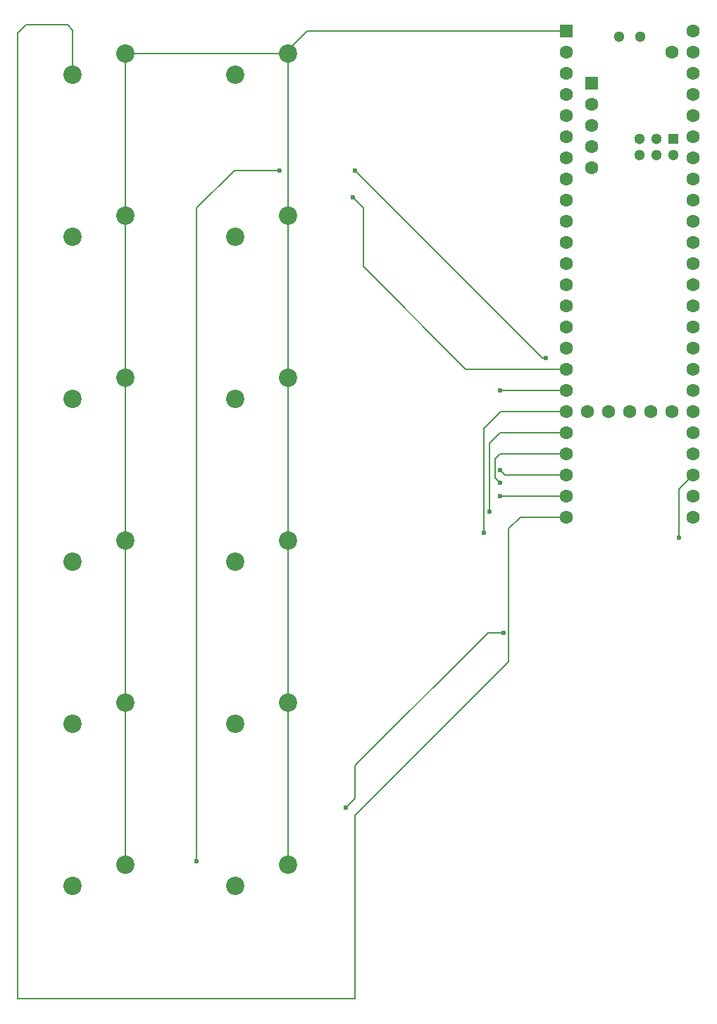
<source format=gbr>
%TF.GenerationSoftware,KiCad,Pcbnew,8.0.5*%
%TF.CreationDate,2024-11-15T19:55:36-05:00*%
%TF.ProjectId,m3++,6d332b2b-2e6b-4696-9361-645f70636258,rev?*%
%TF.SameCoordinates,Original*%
%TF.FileFunction,Copper,L1,Top*%
%TF.FilePolarity,Positive*%
%FSLAX46Y46*%
G04 Gerber Fmt 4.6, Leading zero omitted, Abs format (unit mm)*
G04 Created by KiCad (PCBNEW 8.0.5) date 2024-11-15 19:55:36*
%MOMM*%
%LPD*%
G01*
G04 APERTURE LIST*
%TA.AperFunction,ComponentPad*%
%ADD10C,2.200000*%
%TD*%
%TA.AperFunction,ComponentPad*%
%ADD11R,1.600000X1.600000*%
%TD*%
%TA.AperFunction,ComponentPad*%
%ADD12C,1.600000*%
%TD*%
%TA.AperFunction,ComponentPad*%
%ADD13R,1.300000X1.300000*%
%TD*%
%TA.AperFunction,ComponentPad*%
%ADD14C,1.300000*%
%TD*%
%TA.AperFunction,ViaPad*%
%ADD15C,0.600000*%
%TD*%
%TA.AperFunction,Conductor*%
%ADD16C,0.200000*%
%TD*%
G04 APERTURE END LIST*
D10*
%TO.P,SW12,1,1*%
%TO.N,GND*%
X129460000Y-116920000D03*
%TO.P,SW12,2,2*%
%TO.N,BUTTON_RIGHT*%
X123110000Y-119460000D03*
%TD*%
%TO.P,SW10,1,1*%
%TO.N,GND*%
X129460000Y-77920000D03*
%TO.P,SW10,2,2*%
%TO.N,BUTTON_DOWN*%
X123110000Y-80460000D03*
%TD*%
%TO.P,SW9,1,1*%
%TO.N,GND*%
X129460000Y-58420000D03*
%TO.P,SW9,2,2*%
%TO.N,BUTTON_UP*%
X123110000Y-60960000D03*
%TD*%
%TO.P,SW2,1,1*%
%TO.N,GND*%
X109960000Y-38920000D03*
%TO.P,SW2,2,2*%
%TO.N,BUTTON_2*%
X103610000Y-41460000D03*
%TD*%
%TO.P,SW6,1,1*%
%TO.N,GND*%
X109960000Y-116920000D03*
%TO.P,SW6,2,2*%
%TO.N,BUTTON_6*%
X103610000Y-119460000D03*
%TD*%
D11*
%TO.P,U1,1,GND*%
%TO.N,GND*%
X162949200Y-16700800D03*
D12*
%TO.P,U1,2,0_RX1_CRX2_CS1*%
%TO.N,unconnected-(U1-0_RX1_CRX2_CS1-Pad2)*%
X162949200Y-19240800D03*
%TO.P,U1,3,1_TX1_CTX2_MISO1*%
%TO.N,unconnected-(U1-1_TX1_CTX2_MISO1-Pad3)*%
X162949200Y-21780800D03*
%TO.P,U1,4,2_OUT2*%
%TO.N,unconnected-(U1-2_OUT2-Pad4)*%
X162949200Y-24320800D03*
%TO.P,U1,5,3_LRCLK2*%
%TO.N,unconnected-(U1-3_LRCLK2-Pad5)*%
X162949200Y-26860800D03*
%TO.P,U1,6,4_BCLK2*%
%TO.N,unconnected-(U1-4_BCLK2-Pad6)*%
X162949200Y-29400800D03*
%TO.P,U1,7,5_IN2*%
%TO.N,unconnected-(U1-5_IN2-Pad7)*%
X162949200Y-31940800D03*
%TO.P,U1,8,6_OUT1D*%
%TO.N,MEMCS*%
X162949200Y-34480800D03*
%TO.P,U1,9,7_RX2_OUT1A*%
%TO.N,DIN*%
X162949200Y-37020800D03*
%TO.P,U1,10,8_TX2_IN1*%
%TO.N,DOUT*%
X162949200Y-39560800D03*
%TO.P,U1,11,9_OUT1C*%
%TO.N,unconnected-(U1-9_OUT1C-Pad11)*%
X162949200Y-42100800D03*
%TO.P,U1,12,10_CS_MQSR*%
%TO.N,SDCS*%
X162949200Y-44640800D03*
%TO.P,U1,13,11_MOSI_CTX1*%
%TO.N,MOSI*%
X162949200Y-47180800D03*
%TO.P,U1,14,12_MISO_MQSL*%
%TO.N,MISO*%
X162949200Y-49720800D03*
%TO.P,U1,15,3V3*%
%TO.N,unconnected-(U1-3V3-Pad15)*%
X162949200Y-52260800D03*
%TO.P,U1,16,24_A10_TX6_SCL2*%
%TO.N,unconnected-(U1-24_A10_TX6_SCL2-Pad16)*%
X162949200Y-54800800D03*
%TO.P,U1,17,25_A11_RX6_SDA2*%
%TO.N,BUTTON_8*%
X162949200Y-57340800D03*
%TO.P,U1,18,26_A12_MOSI1*%
%TO.N,BUTTON_7*%
X162949200Y-59880800D03*
%TO.P,U1,19,27_A13_SCK1*%
%TO.N,BUTTON_6*%
X162949200Y-62420800D03*
%TO.P,U1,20,28_RX7*%
%TO.N,BUTTON_5*%
X162949200Y-64960800D03*
%TO.P,U1,21,29_TX7*%
%TO.N,BUTTON_4*%
X162949200Y-67500800D03*
%TO.P,U1,22,30_CRX3*%
%TO.N,BUTTON_3*%
X162949200Y-70040800D03*
%TO.P,U1,23,31_CTX3*%
%TO.N,BUTTON_2*%
X162949200Y-72580800D03*
%TO.P,U1,24,32_OUT1B*%
%TO.N,BUTTON_1*%
X162949200Y-75120800D03*
%TO.P,U1,25,33_MCLK2*%
%TO.N,BUTTON_UP*%
X178189200Y-75120800D03*
%TO.P,U1,26,34_RX8*%
%TO.N,BUTTON_DOWN*%
X178189200Y-72580800D03*
%TO.P,U1,27,35_TX8*%
%TO.N,BUTTON_LEFT*%
X178189200Y-70040800D03*
%TO.P,U1,28,36_CS*%
%TO.N,BUTTON_RIGHT*%
X178189200Y-67500800D03*
%TO.P,U1,29,37_CS*%
%TO.N,unconnected-(U1-37_CS-Pad29)*%
X178189200Y-64960800D03*
%TO.P,U1,30,38_CS1_IN1*%
%TO.N,unconnected-(U1-38_CS1_IN1-Pad30)*%
X178189200Y-62420800D03*
%TO.P,U1,31,39_MISO1_OUT1A*%
%TO.N,unconnected-(U1-39_MISO1_OUT1A-Pad31)*%
X178189200Y-59880800D03*
%TO.P,U1,32,40_A16*%
%TO.N,unconnected-(U1-40_A16-Pad32)*%
X178189200Y-57340800D03*
%TO.P,U1,33,41_A17*%
%TO.N,unconnected-(U1-41_A17-Pad33)*%
X178189200Y-54800800D03*
%TO.P,U1,34,GND*%
%TO.N,unconnected-(U1-GND-Pad34)*%
X178189200Y-52260800D03*
%TO.P,U1,35,13_SCK_LED*%
%TO.N,SCK*%
X178189200Y-49720800D03*
%TO.P,U1,36,14_A0_TX3_SPDIF_OUT*%
%TO.N,unconnected-(U1-14_A0_TX3_SPDIF_OUT-Pad36)*%
X178189200Y-47180800D03*
%TO.P,U1,37,15_A1_RX3_SPDIF_IN*%
%TO.N,VOL_A1*%
X178189200Y-44640800D03*
%TO.P,U1,38,16_A2_RX4_SCL1*%
%TO.N,unconnected-(U1-16_A2_RX4_SCL1-Pad38)*%
X178189200Y-42100800D03*
%TO.P,U1,39,17_A3_TX4_SDA1*%
%TO.N,unconnected-(U1-17_A3_TX4_SDA1-Pad39)*%
X178189200Y-39560800D03*
%TO.P,U1,40,18_A4_SDA*%
%TO.N,SDA*%
X178189200Y-37020800D03*
%TO.P,U1,41,19_A5_SCL*%
%TO.N,SCL*%
X178189200Y-34480800D03*
%TO.P,U1,42,20_A6_TX5_LRCLK1*%
%TO.N,LRCLK*%
X178189200Y-31940800D03*
%TO.P,U1,43,21_A7_RX5_BCLK1*%
%TO.N,BCLK*%
X178189200Y-29400800D03*
%TO.P,U1,44,22_A8_CTX1*%
%TO.N,unconnected-(U1-22_A8_CTX1-Pad44)*%
X178189200Y-26860800D03*
%TO.P,U1,45,23_A9_CRX1_MCLK1*%
%TO.N,MCLK*%
X178189200Y-24320800D03*
%TO.P,U1,46,3V3*%
%TO.N,+3.3V*%
X178189200Y-21780800D03*
%TO.P,U1,47,GND*%
%TO.N,GND*%
X178189200Y-19240800D03*
%TO.P,U1,48,VIN*%
%TO.N,unconnected-(U1-VIN-Pad48)*%
X178189200Y-16700800D03*
%TO.P,U1,49*%
%TO.N,N/C*%
X175649200Y-19240800D03*
%TO.P,U1,50*%
X165489200Y-62420800D03*
%TO.P,U1,51*%
X168029200Y-62420800D03*
%TO.P,U1,52*%
X170569200Y-62420800D03*
%TO.P,U1,53*%
X173109200Y-62420800D03*
%TO.P,U1,54*%
X175649200Y-62420800D03*
D11*
%TO.P,U1,55*%
X166000000Y-23000000D03*
D12*
%TO.P,U1,56*%
X166000000Y-25540000D03*
%TO.P,U1,57*%
X166000000Y-28080000D03*
%TO.P,U1,58*%
X166000000Y-30620000D03*
%TO.P,U1,59*%
X166000000Y-33160000D03*
D13*
%TO.P,U1,60*%
X175750800Y-29670800D03*
D14*
%TO.P,U1,61*%
X173750800Y-29670800D03*
%TO.P,U1,62*%
X171750800Y-29670800D03*
%TO.P,U1,63*%
X171750800Y-31670800D03*
%TO.P,U1,64*%
X173750800Y-31670800D03*
%TO.P,U1,65*%
X175750800Y-31670800D03*
%TO.P,U1,66*%
X171839200Y-17430800D03*
%TO.P,U1,67*%
X169299200Y-17430800D03*
%TD*%
D10*
%TO.P,SW5,1,1*%
%TO.N,GND*%
X109960000Y-97420000D03*
%TO.P,SW5,2,2*%
%TO.N,BUTTON_5*%
X103610000Y-99960000D03*
%TD*%
%TO.P,SW1,1,1*%
%TO.N,GND*%
X109960000Y-19420000D03*
%TO.P,SW1,2,2*%
%TO.N,BUTTON_1*%
X103610000Y-21960000D03*
%TD*%
%TO.P,SW4,1,1*%
%TO.N,GND*%
X109960000Y-77920000D03*
%TO.P,SW4,2,2*%
%TO.N,BUTTON_4*%
X103610000Y-80460000D03*
%TD*%
%TO.P,SW8,1,1*%
%TO.N,GND*%
X129460000Y-38920000D03*
%TO.P,SW8,2,2*%
%TO.N,BUTTON_8*%
X123110000Y-41460000D03*
%TD*%
%TO.P,SW7,1,1*%
%TO.N,GND*%
X129460000Y-19420000D03*
%TO.P,SW7,2,2*%
%TO.N,BUTTON_7*%
X123110000Y-21960000D03*
%TD*%
%TO.P,SW3,1,1*%
%TO.N,GND*%
X109960000Y-58420000D03*
%TO.P,SW3,2,2*%
%TO.N,BUTTON_3*%
X103610000Y-60960000D03*
%TD*%
%TO.P,SW11,1,1*%
%TO.N,GND*%
X129460000Y-97420000D03*
%TO.P,SW11,2,2*%
%TO.N,BUTTON_LEFT*%
X123110000Y-99960000D03*
%TD*%
D15*
%TO.N,BUTTON_2*%
X155000000Y-72580800D03*
%TO.N,BUTTON_3*%
X155000000Y-69500000D03*
%TO.N,BUTTON_4*%
X155000000Y-71000000D03*
%TO.N,BUTTON_5*%
X153692821Y-74500000D03*
%TO.N,BUTTON_6*%
X153000000Y-77000000D03*
%TO.N,BUTTON_7*%
X155000000Y-59880800D03*
%TO.N,BUTTON_8*%
X137250000Y-36750000D03*
%TO.N,BUTTON_LEFT*%
X155400000Y-89000000D03*
X136400000Y-110000000D03*
X176500000Y-77600000D03*
%TO.N,BUTTON_RIGHT*%
X128500000Y-33500000D03*
X160500000Y-56000000D03*
X137500000Y-33500000D03*
X118500000Y-116500000D03*
%TD*%
D16*
%TO.N,GND*%
X129460000Y-77920000D02*
X129460000Y-97420000D01*
X109960000Y-97420000D02*
X109960000Y-116920000D01*
X129460000Y-38920000D02*
X129460000Y-58420000D01*
X109960000Y-19420000D02*
X109960000Y-38920000D01*
X131799200Y-16700800D02*
X162949200Y-16700800D01*
X129460000Y-19040000D02*
X131799200Y-16700800D01*
X129460000Y-19420000D02*
X129460000Y-38920000D01*
X129460000Y-19420000D02*
X129460000Y-19040000D01*
X129460000Y-97420000D02*
X129460000Y-116920000D01*
X109960000Y-38920000D02*
X109960000Y-58420000D01*
X109960000Y-77920000D02*
X109960000Y-97420000D01*
X109960000Y-19420000D02*
X129460000Y-19420000D01*
X129460000Y-58420000D02*
X129460000Y-77920000D01*
X109960000Y-58420000D02*
X109960000Y-77920000D01*
%TO.N,BUTTON_1*%
X103000000Y-16000000D02*
X98000000Y-16000000D01*
X137500000Y-111000000D02*
X156000000Y-92500000D01*
X157379200Y-75120800D02*
X162949200Y-75120800D01*
X97000000Y-133000000D02*
X137500000Y-133000000D01*
X156000000Y-92500000D02*
X156000000Y-76500000D01*
X98000000Y-16000000D02*
X97000000Y-17000000D01*
X156000000Y-76500000D02*
X157379200Y-75120800D01*
X103610000Y-21960000D02*
X103610000Y-16610000D01*
X103610000Y-16610000D02*
X103000000Y-16000000D01*
X97000000Y-17000000D02*
X97000000Y-133000000D01*
X137500000Y-133000000D02*
X137500000Y-111000000D01*
%TO.N,BUTTON_2*%
X155000000Y-72580800D02*
X162949200Y-72580800D01*
%TO.N,BUTTON_3*%
X155000000Y-69500000D02*
X155540800Y-70040800D01*
X155540800Y-70040800D02*
X162949200Y-70040800D01*
%TO.N,BUTTON_4*%
X154400000Y-68100800D02*
X155000000Y-67500800D01*
X155000000Y-71000000D02*
X154400000Y-70400000D01*
X154400000Y-70400000D02*
X154400000Y-68100800D01*
X155000000Y-67500800D02*
X162949200Y-67500800D01*
%TO.N,BUTTON_5*%
X153692821Y-74500000D02*
X153692821Y-66267979D01*
X153692821Y-66267979D02*
X155000000Y-64960800D01*
X155000000Y-64960800D02*
X162949200Y-64960800D01*
%TO.N,BUTTON_6*%
X153000000Y-64500000D02*
X155079200Y-62420800D01*
X153000000Y-77000000D02*
X153000000Y-64500000D01*
X155079200Y-62420800D02*
X162949200Y-62420800D01*
%TO.N,BUTTON_7*%
X162949200Y-59880800D02*
X155000000Y-59880800D01*
%TO.N,BUTTON_8*%
X138500000Y-38000000D02*
X138500000Y-45000000D01*
X138500000Y-45000000D02*
X150840800Y-57340800D01*
X150840800Y-57340800D02*
X162949200Y-57340800D01*
X137250000Y-36750000D02*
X138500000Y-38000000D01*
%TO.N,BUTTON_LEFT*%
X176500000Y-77600000D02*
X176500000Y-71730000D01*
X137500000Y-105000000D02*
X153500000Y-89000000D01*
X176500000Y-71730000D02*
X178189200Y-70040800D01*
X153500000Y-89000000D02*
X155400000Y-89000000D01*
X137500000Y-108900000D02*
X137500000Y-105000000D01*
X136400000Y-110000000D02*
X137500000Y-108900000D01*
%TO.N,BUTTON_RIGHT*%
X118500000Y-38000000D02*
X123000000Y-33500000D01*
X118500000Y-116500000D02*
X118500000Y-38000000D01*
X137500000Y-33500000D02*
X160000000Y-56000000D01*
X123000000Y-33500000D02*
X128500000Y-33500000D01*
X160000000Y-56000000D02*
X160500000Y-56000000D01*
%TD*%
M02*

</source>
